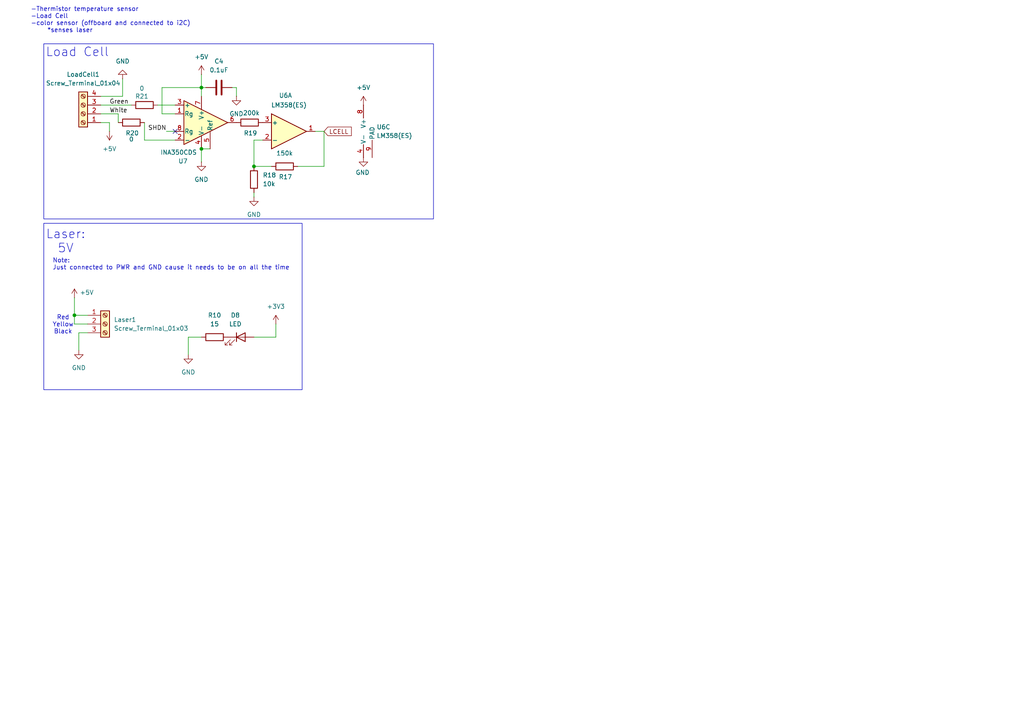
<source format=kicad_sch>
(kicad_sch (version 20231120) (generator "eeschema") (generator_version "8.0")
  (paper "A4")
  (lib_symbols
    (symbol "Amplifier_Instrumentation:INA128" (pin_names (offset 0.127))
      (property "Reference" "U" (at 3.81 3.175 0))
      (property "Value" "INA128" (at 3.81 -3.175 0))
      (symbol "INA128_0_1"
        (polyline (pts (xy 7.62 0) (xy -5.08 6.35) (xy -5.08 -6.35) (xy 7.62 0)) (stroke (width 0.254)) (fill (type background)))
      )
      (symbol "INA128_1_1"
        (pin passive line (at -7.62 2.54 0) (length 2.54) (name "Rg") (number "1"))
        (pin input line (at -7.62 -5.08 0) (length 2.54) (name "-") (number "2"))
        (pin input line (at -7.62 5.08 0) (length 2.54) (name "+") (number "3"))
        (pin power_in line (at 0 -7.62 90) (length 3.81) (name "V-") (number "4"))
        (pin input line (at 2.54 -7.62 90) (length 5.08) (name "Ref") (number "5"))
        (pin output line (at 10.16 0 180) (length 2.54) (name "~") (number "6"))
        (pin power_in line (at 0 7.62 270) (length 3.81) (name "V+") (number "7"))
        (pin passive line (at -7.62 -2.54 0) (length 2.54) (name "Rg") (number "8"))
      )
    )
    (symbol "Amplifier_Operational:LM358_DFN" (pin_names (offset 0.127))
      (property "Reference" "U" (at 0 5.08 0))
      (property "Value" "LM358_DFN" (at 0 -5.08 0))
      (symbol "LM358_DFN_1_1"
        (polyline (pts (xy -5.08 5.08) (xy 5.08 0) (xy -5.08 -5.08) (xy -5.08 5.08)) (stroke (width 0.254)) (fill (type background)))
        (pin output line (at 7.62 0 180) (length 2.54) (name "~") (number "1"))
        (pin input line (at -7.62 -2.54 0) (length 2.54) (name "-") (number "2"))
        (pin input line (at -7.62 2.54 0) (length 2.54) (name "+") (number "3"))
      )
      (symbol "LM358_DFN_2_1"
        (polyline (pts (xy -5.08 5.08) (xy 5.08 0) (xy -5.08 -5.08) (xy -5.08 5.08)) (stroke (width 0.254)) (fill (type background)))
        (pin input line (at -7.62 2.54 0) (length 2.54) (name "+") (number "5"))
        (pin input line (at -7.62 -2.54 0) (length 2.54) (name "-") (number "6"))
        (pin output line (at 7.62 0 180) (length 2.54) (name "~") (number "7"))
      )
      (symbol "LM358_DFN_3_1"
        (pin power_in line (at -2.54 -7.62 90) (length 3.81) (name "V-") (number "4"))
        (pin power_in line (at -2.54 7.62 270) (length 3.81) (name "V+") (number "8"))
        (pin power_in line (at 0 -7.62 90) (length 5.08) (name "PAD") (number "9"))
      )
    )
    (symbol "Connector:Screw_Terminal_01x03" (pin_names (offset 1.016) hide)
      (property "Reference" "J" (at 0 5.08 0))
      (property "Value" "Screw_Terminal_01x03" (at 0 -5.08 0))
      (symbol "Screw_Terminal_01x03_1_1"
        (rectangle (start -1.27 3.81) (end 1.27 -3.81) (stroke (width 0.254)) (fill (type background)))
        (circle (center 0 -2.54) (radius 0.635) (stroke (width 0.1524)))
        (polyline (pts (xy -0.5334 -2.2098) (xy 0.3302 -3.048)) (stroke (width 0.1524)))
        (polyline (pts (xy -0.5334 0.3302) (xy 0.3302 -0.508)) (stroke (width 0.1524)))
        (polyline (pts (xy -0.5334 2.8702) (xy 0.3302 2.032)) (stroke (width 0.1524)))
        (polyline (pts (xy -0.3556 -2.032) (xy 0.508 -2.8702)) (stroke (width 0.1524)))
        (polyline (pts (xy -0.3556 0.508) (xy 0.508 -0.3302)) (stroke (width 0.1524)))
        (polyline (pts (xy -0.3556 3.048) (xy 0.508 2.2098)) (stroke (width 0.1524)))
        (circle (center 0 0) (radius 0.635) (stroke (width 0.1524)))
        (circle (center 0 2.54) (radius 0.635) (stroke (width 0.1524)))
        (pin passive line (at -5.08 2.54 0) (length 3.81) (name "Pin_1") (number "1"))
        (pin passive line (at -5.08 0 0) (length 3.81) (name "Pin_2") (number "2"))
        (pin passive line (at -5.08 -2.54 0) (length 3.81) (name "Pin_3") (number "3"))
      )
    )
    (symbol "Connector:Screw_Terminal_01x04" (pin_names (offset 1.016) hide)
      (property "Reference" "J" (at 0 5.08 0))
      (property "Value" "Screw_Terminal_01x04" (at 0 -7.62 0))
      (symbol "Screw_Terminal_01x04_1_1"
        (rectangle (start -1.27 3.81) (end 1.27 -6.35) (stroke (width 0.254)) (fill (type background)))
        (circle (center 0 -5.08) (radius 0.635) (stroke (width 0.1524)))
        (circle (center 0 -2.54) (radius 0.635) (stroke (width 0.1524)))
        (polyline (pts (xy -0.5334 -4.7498) (xy 0.3302 -5.588)) (stroke (width 0.1524)))
        (polyline (pts (xy -0.5334 -2.2098) (xy 0.3302 -3.048)) (stroke (width 0.1524)))
        (polyline (pts (xy -0.5334 0.3302) (xy 0.3302 -0.508)) (stroke (width 0.1524)))
        (polyline (pts (xy -0.5334 2.8702) (xy 0.3302 2.032)) (stroke (width 0.1524)))
        (polyline (pts (xy -0.3556 -4.572) (xy 0.508 -5.4102)) (stroke (width 0.1524)))
        (polyline (pts (xy -0.3556 -2.032) (xy 0.508 -2.8702)) (stroke (width 0.1524)))
        (polyline (pts (xy -0.3556 0.508) (xy 0.508 -0.3302)) (stroke (width 0.1524)))
        (polyline (pts (xy -0.3556 3.048) (xy 0.508 2.2098)) (stroke (width 0.1524)))
        (circle (center 0 0) (radius 0.635) (stroke (width 0.1524)))
        (circle (center 0 2.54) (radius 0.635) (stroke (width 0.1524)))
        (pin passive line (at -5.08 2.54 0) (length 3.81) (name "Pin_1") (number "1"))
        (pin passive line (at -5.08 0 0) (length 3.81) (name "Pin_2") (number "2"))
        (pin passive line (at -5.08 -2.54 0) (length 3.81) (name "Pin_3") (number "3"))
        (pin passive line (at -5.08 -5.08 0) (length 3.81) (name "Pin_4") (number "4"))
      )
    )
    (symbol "Device:C" (pin_numbers hide) (pin_names (offset 0.254))
      (property "Reference" "C" (at 0.635 2.54 0))
      (property "Value" "C" (at 0.635 -2.54 0))
      (symbol "C_0_1"
        (polyline (pts (xy -2.032 -0.762) (xy 2.032 -0.762)) (stroke (width 0.508)))
        (polyline (pts (xy -2.032 0.762) (xy 2.032 0.762)) (stroke (width 0.508)))
      )
      (symbol "C_1_1"
        (pin passive line (at 0 3.81 270) (length 2.794) (name "~") (number "1"))
        (pin passive line (at 0 -3.81 90) (length 2.794) (name "~") (number "2"))
      )
    )
    (symbol "Device:LED" (pin_numbers hide) (pin_names (offset 1.016) hide)
      (property "Reference" "D" (at 0 2.54 0))
      (property "Value" "LED" (at 0 -2.54 0))
      (symbol "LED_0_1"
        (polyline (pts (xy -1.27 -1.27) (xy -1.27 1.27)) (stroke (width 0.254)))
        (polyline (pts (xy -1.27 0) (xy 1.27 0)))
        (polyline (pts (xy 1.27 -1.27) (xy 1.27 1.27) (xy -1.27 0) (xy 1.27 -1.27)) (stroke (width 0.254)))
        (polyline (pts (xy -3.048 -0.762) (xy -4.572 -2.286) (xy -3.81 -2.286) (xy -4.572 -2.286) (xy -4.572 -1.524)))
        (polyline (pts (xy -1.778 -0.762) (xy -3.302 -2.286) (xy -2.54 -2.286) (xy -3.302 -2.286) (xy -3.302 -1.524)))
      )
      (symbol "LED_1_1"
        (pin passive line (at -3.81 0 0) (length 2.54) (name "K") (number "1"))
        (pin passive line (at 3.81 0 180) (length 2.54) (name "A") (number "2"))
      )
    )
    (symbol "Device:R" (pin_numbers hide) (pin_names (offset 0))
      (property "Reference" "R" (at 2.032 0 90))
      (property "Value" "R" (at 0 0 90))
      (symbol "R_0_1"
        (rectangle (start -1.016 -2.54) (end 1.016 2.54) (stroke (width 0.254)))
      )
      (symbol "R_1_1"
        (pin passive line (at 0 3.81 270) (length 1.27) (name "~") (number "1"))
        (pin passive line (at 0 -3.81 90) (length 1.27) (name "~") (number "2"))
      )
    )
    (symbol "power:+3.3V" (power) (pin_numbers hide) (pin_names (offset 0) hide)
      (property "Value" "+3.3V" (at 0 3.556 0))
      (symbol "+3.3V_0_1"
        (polyline (pts (xy -0.762 1.27) (xy 0 2.54)))
        (polyline (pts (xy 0 0) (xy 0 2.54)))
        (polyline (pts (xy 0 2.54) (xy 0.762 1.27)))
      )
      (symbol "+3.3V_1_1"
        (pin power_in line (at 0 0 90) (length 0) (name "~") (number "1"))
      )
    )
    (symbol "power:+3V3" (power) (pin_numbers hide) (pin_names (offset 0) hide)
      (property "Value" "+3V3" (at 0 3.556 0))
      (symbol "+3V3_0_1"
        (polyline (pts (xy -0.762 1.27) (xy 0 2.54)))
        (polyline (pts (xy 0 0) (xy 0 2.54)))
        (polyline (pts (xy 0 2.54) (xy 0.762 1.27)))
      )
      (symbol "+3V3_1_1"
        (pin power_in line (at 0 0 90) (length 0) (name "~") (number "1"))
      )
    )
    (symbol "power:+5V" (power) (pin_numbers hide) (pin_names (offset 0) hide)
      (property "Value" "+5V" (at 0 3.556 0))
      (symbol "+5V_0_1"
        (polyline (pts (xy -0.762 1.27) (xy 0 2.54)))
        (polyline (pts (xy 0 0) (xy 0 2.54)))
        (polyline (pts (xy 0 2.54) (xy 0.762 1.27)))
      )
      (symbol "+5V_1_1"
        (pin power_in line (at 0 0 90) (length 0) (name "~") (number "1"))
      )
    )
    (symbol "power:GND" (power) (pin_numbers hide) (pin_names (offset 0) hide)
      (property "Value" "GND" (at 0 -3.81 0))
      (symbol "GND_0_1"
        (polyline (pts (xy 0 0) (xy 0 -1.27) (xy 1.27 -1.27) (xy 0 -2.54) (xy -1.27 -1.27) (xy 0 -1.27)))
      )
      (symbol "GND_1_1"
        (pin power_in line (at 0 0 270) (length 0) (name "~") (number "1"))
      )
    )
  )
  (junction (at 58.42 25.4))
  (junction (at 21.59 91.44))
  (junction (at 73.66 48.26))
  (junction (at 58.42 43.18))
  (no_connect (at 50.8 38.1))
  (wire (pts (xy 46.99 25.4) (xy 58.42 25.4)))
  (wire (pts (xy 31.75 38.1) (xy 31.75 35.56)))
  (wire (pts (xy 35.56 27.94) (xy 29.21 27.94)))
  (wire (pts (xy 58.42 43.18) (xy 60.96 43.18)))
  (wire (pts (xy 48.26 38.1) (xy 50.8 38.1)))
  (wire (pts (xy 22.86 96.52) (xy 22.86 101.6)))
  (wire (pts (xy 21.59 86.36) (xy 21.59 91.44)))
  (wire (pts (xy 67.31 25.4) (xy 68.58 25.4)))
  (wire (pts (xy 29.21 30.48) (xy 38.1 30.48)))
  (wire (pts (xy 80.01 93.98) (xy 80.01 97.79)))
  (wire (pts (xy 41.91 40.64) (xy 50.8 40.64)))
  (wire (pts (xy 58.42 21.59) (xy 58.42 25.4)))
  (wire (pts (xy 46.99 25.4) (xy 46.99 33.02)))
  (wire (pts (xy 46.99 33.02) (xy 50.8 33.02)))
  (wire (pts (xy 58.42 97.79) (xy 54.61 97.79)))
  (wire (pts (xy 25.4 96.52) (xy 22.86 96.52)))
  (wire (pts (xy 21.59 91.44) (xy 21.59 93.98)))
  (wire (pts (xy 91.44 38.1) (xy 93.98 38.1)))
  (wire (pts (xy 73.66 48.26) (xy 78.74 48.26)))
  (wire (pts (xy 21.59 93.98) (xy 25.4 93.98)))
  (wire (pts (xy 35.56 22.86) (xy 35.56 27.94)))
  (wire (pts (xy 29.21 33.02) (xy 34.29 33.02)))
  (wire (pts (xy 21.59 91.44) (xy 25.4 91.44)))
  (wire (pts (xy 73.66 97.79) (xy 80.01 97.79)))
  (wire (pts (xy 54.61 97.79) (xy 54.61 102.87)))
  (wire (pts (xy 59.69 25.4) (xy 58.42 25.4)))
  (wire (pts (xy 73.66 57.15) (xy 73.66 55.88)))
  (wire (pts (xy 45.72 30.48) (xy 50.8 30.48)))
  (wire (pts (xy 58.42 46.99) (xy 58.42 43.18)))
  (wire (pts (xy 34.29 35.56) (xy 34.29 33.02)))
  (wire (pts (xy 76.2 40.64) (xy 73.66 40.64)))
  (wire (pts (xy 86.36 48.26) (xy 93.98 48.26)))
  (wire (pts (xy 41.91 35.56) (xy 41.91 40.64)))
  (wire (pts (xy 68.58 25.4) (xy 68.58 27.94)))
  (wire (pts (xy 58.42 25.4) (xy 58.42 27.94)))
  (wire (pts (xy 73.66 40.64) (xy 73.66 48.26)))
  (wire (pts (xy 31.75 35.56) (xy 29.21 35.56)))
  (wire (pts (xy 93.98 48.26) (xy 93.98 38.1)))
  (rectangle (start 12.7 12.7) (end 125.73 63.5))
  (rectangle (start 12.7 64.77) (end 87.63 113.03))
  (text "Load Cell" (at 13.208 15.24 0) (effects (font (size 2.54 2.54)) (justify left)))
  (text "-Thermistor temperature sensor\n-Load Cell\n-color sensor (offboard and connected to i2C)\n	*senses laser\n\n" (at 8.89 6.858 0) (effects (font (size 1.27 1.27)) (justify left)))
  (text "Note:\nJust connected to PWR and GND cause it needs to be on all the time\n" (at 15.24 76.708 0) (effects (font (size 1.27 1.27)) (justify left)))
  (text "SENSOR checklist:\n" (at 17.78 -0.762 0) (effects (font (size 1.27 1.27))))
  (text "Red\nYellow\nBlack\n" (at 18.288 94.234 0) (effects (font (size 1.27 1.27))))
  (text "Laser:\n5V\n\n" (at 19.05 72.136 0) (effects (font (size 2.54 2.54))))
  (label "Green" (at 31.75 30.48 0))
  (label "SHDN" (at 48.26 38.1 180))
  (label "White" (at 31.75 33.02 0))
  (global_label "LCELL" (shape input) (at 93.98 38.1 0) (property "Intersheetrefs" "${INTERSHEET_REFS}" (effects (hide yes))))
  (symbol (lib_id "Device:R") (at 38.1 35.56 90) (unit 1)
    (property "Reference" "R20" (at 38.354 38.608 90))
    (property "Value" "0" (at 38.1 40.386 90))
    (property "Footprint" "Resistor_SMD:R_0603_1608Metric" (effects (hide yes)))
    (property "Description" "Resistor" (effects (hide yes)))
  )
  (symbol (lib_id "Amplifier_Instrumentation:INA128") (at 58.42 35.56 0) (unit 1)
    (property "Reference" "U7" (at 53.086 46.736 0))
    (property "Value" "INA350CDS" (at 51.816 44.196 0))
    (property "Footprint" "SJSU_common:INA350CDSIDDFR" (effects (hide yes)))
    (property "Datasheet" "http://www.ti.com/lit/ds/symlink/ina128.pdf" (effects (hide yes)))
    (property "Description" "Precision, Low Power Instrumentation Amplifier G = 1 + 50kOhm/Rg, DIP-8/SOIC-8" (effects (hide yes)))
  )
  (symbol (lib_id "power:GND") (at 35.56 22.86 180) (unit 1)
    (property "Reference" "#PWR059" (effects (hide yes)))
    (property "Value" "GND" (at 35.56 17.78 0))
    (property "Description" "Power symbol creates a global label with name \"GND\" , ground" (effects (hide yes)))
  )
  (symbol (lib_id "Device:R") (at 62.23 97.79 90) (unit 1)
    (property "Reference" "R10" (at 62.23 91.44 90))
    (property "Value" "15" (at 62.23 93.98 90))
    (property "Footprint" "Resistor_SMD:R_0603_1608Metric" (effects (hide yes)))
    (property "Description" "Resistor" (effects (hide yes)))
  )
  (symbol (lib_id "Connector:Screw_Terminal_01x04") (at 24.13 33.02 180) (unit 1)
    (property "Reference" "LoadCell1" (at 24.13 21.59 0))
    (property "Value" "Screw_Terminal_01x04" (at 24.13 24.13 0))
    (property "Footprint" "SJSU_common:Pluggable_Terminal_2.54mm_4P_Horizontal" (effects (hide yes)))
    (property "Description" "Generic screw terminal, single row, 01x04, script generated (kicad-library-utils/schlib/autogen/connector/)" (effects (hide yes)))
  )
  (symbol (lib_id "power:+5V") (at 31.75 38.1 180) (unit 1)
    (property "Reference" "#PWR064" (effects (hide yes)))
    (property "Value" "+5V" (at 31.75 43.18 0))
    (property "Description" "Power symbol creates a global label with name \"+5V\"" (effects (hide yes)))
  )
  (symbol (lib_id "power:+3V3") (at 80.01 93.98 0) (unit 1)
    (property "Reference" "#PWR051" (effects (hide yes)))
    (property "Value" "+3V3" (at 80.01 88.9 0))
    (property "Description" "Power symbol creates a global label with name \"+3V3\"" (effects (hide yes)))
  )
  (symbol (lib_id "power:GND") (at 22.86 101.6 0) (unit 1)
    (property "Reference" "#PWR042" (effects (hide yes)))
    (property "Value" "GND" (at 22.86 106.68 0))
    (property "Description" "Power symbol creates a global label with name \"GND\" , ground" (effects (hide yes)))
  )
  (symbol (lib_id "power:GND") (at 105.41 45.72 0) (unit 1)
    (property "Reference" "#PWR068" (effects (hide yes)))
    (property "Value" "GND" (at 105.156 50.038 0))
    (property "Description" "Power symbol creates a global label with name \"GND\" , ground" (effects (hide yes)))
  )
  (symbol (lib_id "Device:R") (at 82.55 48.26 90) (unit 1)
    (property "Reference" "R17" (at 82.804 51.308 90))
    (property "Value" "150k" (at 82.55 44.45 90))
    (property "Footprint" "Resistor_SMD:R_0603_1608Metric" (effects (hide yes)))
    (property "Description" "Resistor" (effects (hide yes)))
  )
  (symbol (lib_id "power:+5V") (at 105.41 30.48 0) (unit 1)
    (property "Reference" "#PWR067" (effects (hide yes)))
    (property "Value" "+5V" (at 105.41 25.4 0))
    (property "Description" "Power symbol creates a global label with name \"+5V\"" (effects (hide yes)))
  )
  (symbol (lib_id "power:+3.3V") (at 21.59 86.36 0) (unit 1)
    (property "Reference" "#PWR040" (effects (hide yes)))
    (property "Value" "+5V" (at 23.114 84.836 0) (effects (justify left)))
    (property "Description" "Power symbol creates a global label with name \"+3.3V\"" (effects (hide yes)))
  )
  (symbol (lib_id "Device:R") (at 73.66 52.07 0) (unit 1)
    (property "Reference" "R18" (at 76.2 50.7999 0) (effects (justify left)))
    (property "Value" "10k" (at 76.2 53.3399 0) (effects (justify left)))
    (property "Footprint" "Resistor_SMD:R_0603_1608Metric" (effects (hide yes)))
    (property "Description" "Resistor" (effects (hide yes)))
  )
  (symbol (lib_id "Device:R") (at 72.39 35.56 90) (unit 1)
    (property "Reference" "R19" (at 72.644 38.608 90))
    (property "Value" "200k" (at 72.898 32.766 90))
    (property "Footprint" "Resistor_SMD:R_0603_1608Metric" (effects (hide yes)))
    (property "Description" "Resistor" (effects (hide yes)))
  )
  (symbol (lib_id "Amplifier_Operational:LM358_DFN") (at 107.95 38.1 0) (unit 3)
    (property "Reference" "U6" (at 109.22 36.8299 0) (effects (justify left)))
    (property "Value" "LM358(ES)" (at 109.22 39.3699 0) (effects (justify left)))
    (property "Footprint" "Package_DFN_QFN:DFN-8-1EP_2x2mm_P0.5mm_EP1.05x1.75mm" (effects (hide yes)))
    (property "Datasheet" "www.st.com/resource/en/datasheet/lm358.pdf" (effects (hide yes)))
    (property "Description" "Low-Power, Dual Operational Amplifiers, DFN-8" (effects (hide yes)))
  )
  (symbol (lib_id "power:GND") (at 68.58 27.94 0) (unit 1)
    (property "Reference" "#PWR061" (effects (hide yes)))
    (property "Value" "GND" (at 68.58 33.02 0))
    (property "Description" "Power symbol creates a global label with name \"GND\" , ground" (effects (hide yes)))
  )
  (symbol (lib_id "Device:R") (at 41.91 30.48 90) (unit 1)
    (property "Reference" "R21" (at 41.148 27.94 90))
    (property "Value" "0" (at 41.148 25.654 90))
    (property "Footprint" "Resistor_SMD:R_0603_1608Metric" (effects (hide yes)))
    (property "Description" "Resistor" (effects (hide yes)))
  )
  (symbol (lib_id "Connector:Screw_Terminal_01x03") (at 30.48 93.98 0) (unit 1)
    (property "Reference" "Laser1" (at 33.02 92.7099 0) (effects (justify left)))
    (property "Value" "Screw_Terminal_01x03" (at 33.02 95.2499 0) (effects (justify left)))
    (property "Footprint" "TerminalBlock:TerminalBlock_Xinya_XY308-2.54-3P_1x03_P2.54mm_Horizontal" (effects (hide yes)))
    (property "Description" "Generic screw terminal, single row, 01x03, script generated (kicad-library-utils/schlib/autogen/connector/)" (effects (hide yes)))
  )
  (symbol (lib_id "power:GND") (at 73.66 57.15 0) (unit 1)
    (property "Reference" "#PWR063" (effects (hide yes)))
    (property "Value" "GND" (at 73.66 62.23 0))
    (property "Description" "Power symbol creates a global label with name \"GND\" , ground" (effects (hide yes)))
  )
  (symbol (lib_id "power:+5V") (at 58.42 21.59 0) (unit 1)
    (property "Reference" "#PWR060" (effects (hide yes)))
    (property "Value" "+5V" (at 58.42 16.51 0))
    (property "Description" "Power symbol creates a global label with name \"+5V\"" (effects (hide yes)))
  )
  (symbol (lib_id "Device:LED") (at 69.85 97.79 0) (unit 1)
    (property "Reference" "D8" (at 68.2625 91.44 0))
    (property "Value" "LED" (at 68.2625 93.98 0))
    (property "Footprint" "LED_THT:LED_D2.0mm_W4.8mm_H2.5mm_FlatTop" (effects (hide yes)))
    (property "Description" "Light emitting diode" (effects (hide yes)))
  )
  (symbol (lib_id "power:GND") (at 54.61 102.87 0) (unit 1)
    (property "Reference" "#PWR052" (effects (hide yes)))
    (property "Value" "GND" (at 54.61 107.95 0))
    (property "Description" "Power symbol creates a global label with name \"GND\" , ground" (effects (hide yes)))
  )
  (symbol (lib_id "Device:C") (at 63.5 25.4 90) (unit 1)
    (property "Reference" "C4" (at 63.5 17.78 90))
    (property "Value" "0.1uF" (at 63.5 20.32 90))
    (property "Footprint" "Capacitor_SMD:C_0603_1608Metric" (effects (hide yes)))
    (property "Description" "Unpolarized capacitor" (effects (hide yes)))
  )
  (symbol (lib_id "power:GND") (at 58.42 46.99 0) (unit 1)
    (property "Reference" "#PWR062" (effects (hide yes)))
    (property "Value" "GND" (at 58.42 52.07 0))
    (property "Description" "Power symbol creates a global label with name \"GND\" , ground" (effects (hide yes)))
  )
  (symbol (lib_id "Amplifier_Operational:LM358_DFN") (at 83.82 38.1 0) (unit 1)
    (property "Reference" "U6" (at 82.804 27.686 0))
    (property "Value" "LM358(ES)" (at 83.82 30.48 0))
    (property "Footprint" "Package_DFN_QFN:DFN-8-1EP_2x2mm_P0.5mm_EP1.05x1.75mm" (effects (hide yes)))
    (property "Datasheet" "www.st.com/resource/en/datasheet/lm358.pdf" (effects (hide yes)))
    (property "Description" "Low-Power, Dual Operational Amplifiers, DFN-8" (effects (hide yes)))
  )
)
</source>
